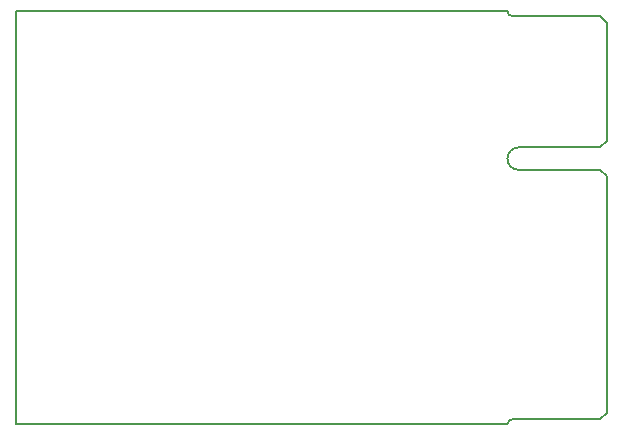
<source format=gko>
G04 Layer_Color=16711935*
%FSLAX24Y24*%
%MOIN*%
G70*
G01*
G75*
%ADD27C,0.0079*%
D27*
X16378Y8858D02*
G03*
X16752Y8484I374J0D01*
G01*
Y9232D02*
G03*
X16378Y8858I0J-374D01*
G01*
Y13780D02*
G03*
X16555Y13602I177J0D01*
G01*
X16555Y177D02*
G03*
X16378Y0I0J-177D01*
G01*
X0D02*
X16378D01*
X0Y13780D02*
X16378D01*
X0Y0D02*
Y13780D01*
X19469Y13602D02*
X19685Y13386D01*
X16555Y13602D02*
X19469D01*
X19685Y9449D02*
Y13386D01*
X19469Y9232D02*
X19685Y9449D01*
X16752Y9232D02*
X19469D01*
X19468Y8484D02*
X19685Y8268D01*
X16752Y8484D02*
X19468D01*
X19685Y394D02*
Y8268D01*
X19468Y177D02*
X19685Y394D01*
X16555Y177D02*
X19468D01*
M02*

</source>
